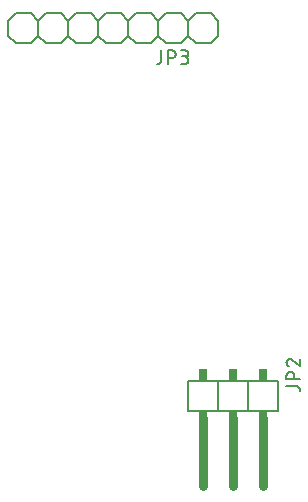
<source format=gbr>
G04 EAGLE Gerber RS-274X export*
G75*
%MOMM*%
%FSLAX34Y34*%
%LPD*%
%INSilkscreen Top*%
%IPPOS*%
%AMOC8*
5,1,8,0,0,1.08239X$1,22.5*%
G01*
%ADD10C,0.152400*%
%ADD11C,0.762000*%
%ADD12R,0.762000X0.508000*%
%ADD13R,0.762000X1.016000*%
%ADD14C,0.127000*%


D10*
X279400Y171450D02*
X254000Y171450D01*
X254000Y146050D01*
X279400Y146050D01*
X279400Y171450D01*
D11*
X266700Y139700D02*
X266700Y82550D01*
D10*
X254000Y171450D02*
X228600Y171450D01*
X228600Y146050D01*
X254000Y146050D01*
D11*
X241300Y139700D02*
X241300Y82550D01*
D10*
X228600Y171450D02*
X203200Y171450D01*
X203200Y146050D01*
X228600Y146050D01*
D11*
X215900Y139700D02*
X215900Y82550D01*
D12*
X266700Y143510D03*
X241300Y143510D03*
X215900Y143510D03*
D13*
X266700Y176530D03*
X241300Y176530D03*
X215900Y176530D03*
D14*
X286385Y166676D02*
X295275Y166676D01*
X295375Y166674D01*
X295474Y166668D01*
X295574Y166658D01*
X295672Y166645D01*
X295771Y166627D01*
X295868Y166606D01*
X295964Y166581D01*
X296060Y166552D01*
X296154Y166519D01*
X296247Y166483D01*
X296338Y166443D01*
X296428Y166399D01*
X296516Y166352D01*
X296602Y166302D01*
X296686Y166248D01*
X296768Y166191D01*
X296847Y166131D01*
X296925Y166067D01*
X296999Y166001D01*
X297071Y165932D01*
X297140Y165860D01*
X297206Y165786D01*
X297270Y165708D01*
X297330Y165629D01*
X297387Y165547D01*
X297441Y165463D01*
X297491Y165377D01*
X297538Y165289D01*
X297582Y165199D01*
X297622Y165108D01*
X297658Y165015D01*
X297691Y164921D01*
X297720Y164825D01*
X297745Y164729D01*
X297766Y164632D01*
X297784Y164533D01*
X297797Y164435D01*
X297807Y164335D01*
X297813Y164236D01*
X297815Y164136D01*
X297815Y162866D01*
X297815Y172657D02*
X286385Y172657D01*
X286385Y175832D01*
X286387Y175943D01*
X286393Y176053D01*
X286402Y176164D01*
X286416Y176274D01*
X286433Y176383D01*
X286454Y176492D01*
X286479Y176600D01*
X286508Y176707D01*
X286540Y176813D01*
X286576Y176918D01*
X286616Y177021D01*
X286659Y177123D01*
X286706Y177224D01*
X286757Y177323D01*
X286810Y177420D01*
X286867Y177514D01*
X286928Y177607D01*
X286991Y177698D01*
X287058Y177787D01*
X287128Y177873D01*
X287201Y177956D01*
X287276Y178038D01*
X287354Y178116D01*
X287436Y178191D01*
X287519Y178264D01*
X287605Y178334D01*
X287694Y178401D01*
X287785Y178464D01*
X287878Y178525D01*
X287973Y178582D01*
X288069Y178635D01*
X288168Y178686D01*
X288269Y178733D01*
X288371Y178776D01*
X288474Y178816D01*
X288579Y178852D01*
X288685Y178884D01*
X288792Y178913D01*
X288900Y178938D01*
X289009Y178959D01*
X289118Y178976D01*
X289228Y178990D01*
X289339Y178999D01*
X289449Y179005D01*
X289560Y179007D01*
X289671Y179005D01*
X289781Y178999D01*
X289892Y178990D01*
X290002Y178976D01*
X290111Y178959D01*
X290220Y178938D01*
X290328Y178913D01*
X290435Y178884D01*
X290541Y178852D01*
X290646Y178816D01*
X290749Y178776D01*
X290851Y178733D01*
X290952Y178686D01*
X291051Y178635D01*
X291148Y178582D01*
X291242Y178525D01*
X291335Y178464D01*
X291426Y178401D01*
X291515Y178334D01*
X291601Y178264D01*
X291684Y178191D01*
X291766Y178116D01*
X291844Y178038D01*
X291919Y177956D01*
X291992Y177873D01*
X292062Y177787D01*
X292129Y177698D01*
X292192Y177607D01*
X292253Y177514D01*
X292310Y177420D01*
X292363Y177323D01*
X292414Y177224D01*
X292461Y177123D01*
X292504Y177021D01*
X292544Y176918D01*
X292580Y176813D01*
X292612Y176707D01*
X292641Y176600D01*
X292666Y176492D01*
X292687Y176383D01*
X292704Y176274D01*
X292718Y176164D01*
X292727Y176053D01*
X292733Y175943D01*
X292735Y175832D01*
X292735Y172657D01*
X286385Y187008D02*
X286387Y187112D01*
X286393Y187217D01*
X286402Y187321D01*
X286415Y187424D01*
X286433Y187527D01*
X286453Y187629D01*
X286478Y187731D01*
X286506Y187831D01*
X286538Y187931D01*
X286574Y188029D01*
X286613Y188126D01*
X286655Y188221D01*
X286701Y188315D01*
X286751Y188407D01*
X286803Y188497D01*
X286859Y188585D01*
X286919Y188671D01*
X286981Y188755D01*
X287046Y188836D01*
X287114Y188915D01*
X287186Y188992D01*
X287259Y189065D01*
X287336Y189137D01*
X287415Y189205D01*
X287496Y189270D01*
X287580Y189332D01*
X287666Y189392D01*
X287754Y189448D01*
X287844Y189500D01*
X287936Y189550D01*
X288030Y189596D01*
X288125Y189638D01*
X288222Y189677D01*
X288320Y189713D01*
X288420Y189745D01*
X288520Y189773D01*
X288622Y189798D01*
X288724Y189818D01*
X288827Y189836D01*
X288930Y189849D01*
X289034Y189858D01*
X289139Y189864D01*
X289243Y189866D01*
X286385Y187008D02*
X286387Y186890D01*
X286393Y186771D01*
X286402Y186653D01*
X286415Y186536D01*
X286433Y186419D01*
X286453Y186302D01*
X286478Y186186D01*
X286506Y186071D01*
X286539Y185958D01*
X286574Y185845D01*
X286614Y185733D01*
X286656Y185623D01*
X286703Y185514D01*
X286753Y185406D01*
X286806Y185301D01*
X286863Y185197D01*
X286923Y185095D01*
X286986Y184995D01*
X287053Y184897D01*
X287122Y184801D01*
X287195Y184708D01*
X287271Y184617D01*
X287349Y184528D01*
X287431Y184442D01*
X287515Y184359D01*
X287601Y184278D01*
X287691Y184201D01*
X287782Y184126D01*
X287876Y184054D01*
X287973Y183985D01*
X288071Y183920D01*
X288172Y183857D01*
X288275Y183798D01*
X288379Y183742D01*
X288485Y183690D01*
X288593Y183641D01*
X288702Y183596D01*
X288813Y183554D01*
X288925Y183516D01*
X291465Y188913D02*
X291390Y188989D01*
X291311Y189064D01*
X291230Y189135D01*
X291146Y189204D01*
X291060Y189269D01*
X290972Y189331D01*
X290882Y189391D01*
X290790Y189447D01*
X290695Y189500D01*
X290599Y189549D01*
X290501Y189595D01*
X290402Y189638D01*
X290301Y189677D01*
X290199Y189712D01*
X290096Y189744D01*
X289992Y189772D01*
X289887Y189797D01*
X289780Y189818D01*
X289674Y189835D01*
X289567Y189848D01*
X289459Y189857D01*
X289351Y189863D01*
X289243Y189865D01*
X291465Y188913D02*
X297815Y183515D01*
X297815Y189865D01*
D10*
X95250Y457200D02*
X101600Y463550D01*
X95250Y457200D02*
X82550Y457200D01*
X76200Y463550D01*
X76200Y476250D01*
X82550Y482600D01*
X95250Y482600D01*
X101600Y476250D01*
X133350Y457200D02*
X146050Y457200D01*
X133350Y457200D02*
X127000Y463550D01*
X127000Y476250D01*
X133350Y482600D01*
X127000Y463550D02*
X120650Y457200D01*
X107950Y457200D01*
X101600Y463550D01*
X101600Y476250D01*
X107950Y482600D01*
X120650Y482600D01*
X127000Y476250D01*
X171450Y457200D02*
X177800Y463550D01*
X171450Y457200D02*
X158750Y457200D01*
X152400Y463550D01*
X152400Y476250D01*
X158750Y482600D01*
X171450Y482600D01*
X177800Y476250D01*
X152400Y463550D02*
X146050Y457200D01*
X152400Y476250D02*
X146050Y482600D01*
X133350Y482600D01*
X209550Y457200D02*
X222250Y457200D01*
X209550Y457200D02*
X203200Y463550D01*
X203200Y476250D01*
X209550Y482600D01*
X203200Y463550D02*
X196850Y457200D01*
X184150Y457200D01*
X177800Y463550D01*
X177800Y476250D01*
X184150Y482600D01*
X196850Y482600D01*
X203200Y476250D01*
X228600Y476250D02*
X228600Y463550D01*
X222250Y457200D01*
X228600Y476250D02*
X222250Y482600D01*
X209550Y482600D01*
X69850Y457200D02*
X57150Y457200D01*
X50800Y463550D01*
X50800Y476250D01*
X57150Y482600D01*
X76200Y463550D02*
X69850Y457200D01*
X76200Y476250D02*
X69850Y482600D01*
X57150Y482600D01*
D14*
X180138Y450977D02*
X180138Y442087D01*
X180136Y441987D01*
X180130Y441888D01*
X180120Y441788D01*
X180107Y441690D01*
X180089Y441591D01*
X180068Y441494D01*
X180043Y441398D01*
X180014Y441302D01*
X179981Y441208D01*
X179945Y441115D01*
X179905Y441024D01*
X179861Y440934D01*
X179814Y440846D01*
X179764Y440760D01*
X179710Y440676D01*
X179653Y440594D01*
X179593Y440515D01*
X179529Y440437D01*
X179463Y440363D01*
X179394Y440291D01*
X179322Y440222D01*
X179248Y440156D01*
X179170Y440092D01*
X179091Y440032D01*
X179009Y439975D01*
X178925Y439921D01*
X178839Y439871D01*
X178751Y439824D01*
X178661Y439780D01*
X178570Y439740D01*
X178477Y439704D01*
X178383Y439671D01*
X178287Y439642D01*
X178191Y439617D01*
X178094Y439596D01*
X177995Y439578D01*
X177897Y439565D01*
X177797Y439555D01*
X177698Y439549D01*
X177598Y439547D01*
X176328Y439547D01*
X186119Y439547D02*
X186119Y450977D01*
X189294Y450977D01*
X189405Y450975D01*
X189515Y450969D01*
X189626Y450960D01*
X189736Y450946D01*
X189845Y450929D01*
X189954Y450908D01*
X190062Y450883D01*
X190169Y450854D01*
X190275Y450822D01*
X190380Y450786D01*
X190483Y450746D01*
X190585Y450703D01*
X190686Y450656D01*
X190785Y450605D01*
X190882Y450552D01*
X190976Y450495D01*
X191069Y450434D01*
X191160Y450371D01*
X191249Y450304D01*
X191335Y450234D01*
X191418Y450161D01*
X191500Y450086D01*
X191578Y450008D01*
X191653Y449926D01*
X191726Y449843D01*
X191796Y449757D01*
X191863Y449668D01*
X191926Y449577D01*
X191987Y449484D01*
X192044Y449389D01*
X192097Y449293D01*
X192148Y449194D01*
X192195Y449093D01*
X192238Y448991D01*
X192278Y448888D01*
X192314Y448783D01*
X192346Y448677D01*
X192375Y448570D01*
X192400Y448462D01*
X192421Y448353D01*
X192438Y448244D01*
X192452Y448134D01*
X192461Y448023D01*
X192467Y447913D01*
X192469Y447802D01*
X192467Y447691D01*
X192461Y447581D01*
X192452Y447470D01*
X192438Y447360D01*
X192421Y447251D01*
X192400Y447142D01*
X192375Y447034D01*
X192346Y446927D01*
X192314Y446821D01*
X192278Y446716D01*
X192238Y446613D01*
X192195Y446511D01*
X192148Y446410D01*
X192097Y446311D01*
X192044Y446214D01*
X191987Y446120D01*
X191926Y446027D01*
X191863Y445936D01*
X191796Y445847D01*
X191726Y445761D01*
X191653Y445678D01*
X191578Y445596D01*
X191500Y445518D01*
X191418Y445443D01*
X191335Y445370D01*
X191249Y445300D01*
X191160Y445233D01*
X191069Y445170D01*
X190976Y445109D01*
X190881Y445052D01*
X190785Y444999D01*
X190686Y444948D01*
X190585Y444901D01*
X190483Y444858D01*
X190380Y444818D01*
X190275Y444782D01*
X190169Y444750D01*
X190062Y444721D01*
X189954Y444696D01*
X189845Y444675D01*
X189736Y444658D01*
X189626Y444644D01*
X189515Y444635D01*
X189405Y444629D01*
X189294Y444627D01*
X186119Y444627D01*
X196977Y439547D02*
X200152Y439547D01*
X200263Y439549D01*
X200373Y439555D01*
X200484Y439564D01*
X200594Y439578D01*
X200703Y439595D01*
X200812Y439616D01*
X200920Y439641D01*
X201027Y439670D01*
X201133Y439702D01*
X201238Y439738D01*
X201341Y439778D01*
X201443Y439821D01*
X201544Y439868D01*
X201643Y439919D01*
X201739Y439972D01*
X201834Y440029D01*
X201927Y440090D01*
X202018Y440153D01*
X202107Y440220D01*
X202193Y440290D01*
X202276Y440363D01*
X202358Y440438D01*
X202436Y440516D01*
X202511Y440598D01*
X202584Y440681D01*
X202654Y440767D01*
X202721Y440856D01*
X202784Y440947D01*
X202845Y441040D01*
X202902Y441134D01*
X202955Y441231D01*
X203006Y441330D01*
X203053Y441431D01*
X203096Y441533D01*
X203136Y441636D01*
X203172Y441741D01*
X203204Y441847D01*
X203233Y441954D01*
X203258Y442062D01*
X203279Y442171D01*
X203296Y442280D01*
X203310Y442390D01*
X203319Y442501D01*
X203325Y442611D01*
X203327Y442722D01*
X203325Y442833D01*
X203319Y442943D01*
X203310Y443054D01*
X203296Y443164D01*
X203279Y443273D01*
X203258Y443382D01*
X203233Y443490D01*
X203204Y443597D01*
X203172Y443703D01*
X203136Y443808D01*
X203096Y443911D01*
X203053Y444013D01*
X203006Y444114D01*
X202955Y444213D01*
X202902Y444309D01*
X202845Y444404D01*
X202784Y444497D01*
X202721Y444588D01*
X202654Y444677D01*
X202584Y444763D01*
X202511Y444846D01*
X202436Y444928D01*
X202358Y445006D01*
X202276Y445081D01*
X202193Y445154D01*
X202107Y445224D01*
X202018Y445291D01*
X201927Y445354D01*
X201834Y445415D01*
X201740Y445472D01*
X201643Y445525D01*
X201544Y445576D01*
X201443Y445623D01*
X201341Y445666D01*
X201238Y445706D01*
X201133Y445742D01*
X201027Y445774D01*
X200920Y445803D01*
X200812Y445828D01*
X200703Y445849D01*
X200594Y445866D01*
X200484Y445880D01*
X200373Y445889D01*
X200263Y445895D01*
X200152Y445897D01*
X200787Y450977D02*
X196977Y450977D01*
X200787Y450977D02*
X200887Y450975D01*
X200986Y450969D01*
X201086Y450959D01*
X201184Y450946D01*
X201283Y450928D01*
X201380Y450907D01*
X201476Y450882D01*
X201572Y450853D01*
X201666Y450820D01*
X201759Y450784D01*
X201850Y450744D01*
X201940Y450700D01*
X202028Y450653D01*
X202114Y450603D01*
X202198Y450549D01*
X202280Y450492D01*
X202359Y450432D01*
X202437Y450368D01*
X202511Y450302D01*
X202583Y450233D01*
X202652Y450161D01*
X202718Y450087D01*
X202782Y450009D01*
X202842Y449930D01*
X202899Y449848D01*
X202953Y449764D01*
X203003Y449678D01*
X203050Y449590D01*
X203094Y449500D01*
X203134Y449409D01*
X203170Y449316D01*
X203203Y449222D01*
X203232Y449126D01*
X203257Y449030D01*
X203278Y448933D01*
X203296Y448834D01*
X203309Y448736D01*
X203319Y448636D01*
X203325Y448537D01*
X203327Y448437D01*
X203325Y448337D01*
X203319Y448238D01*
X203309Y448138D01*
X203296Y448040D01*
X203278Y447941D01*
X203257Y447844D01*
X203232Y447748D01*
X203203Y447652D01*
X203170Y447558D01*
X203134Y447465D01*
X203094Y447374D01*
X203050Y447284D01*
X203003Y447196D01*
X202953Y447110D01*
X202899Y447026D01*
X202842Y446944D01*
X202782Y446865D01*
X202718Y446787D01*
X202652Y446713D01*
X202583Y446641D01*
X202511Y446572D01*
X202437Y446506D01*
X202359Y446442D01*
X202280Y446382D01*
X202198Y446325D01*
X202114Y446271D01*
X202028Y446221D01*
X201940Y446174D01*
X201850Y446130D01*
X201759Y446090D01*
X201666Y446054D01*
X201572Y446021D01*
X201476Y445992D01*
X201380Y445967D01*
X201283Y445946D01*
X201184Y445928D01*
X201086Y445915D01*
X200986Y445905D01*
X200887Y445899D01*
X200787Y445897D01*
X198247Y445897D01*
M02*

</source>
